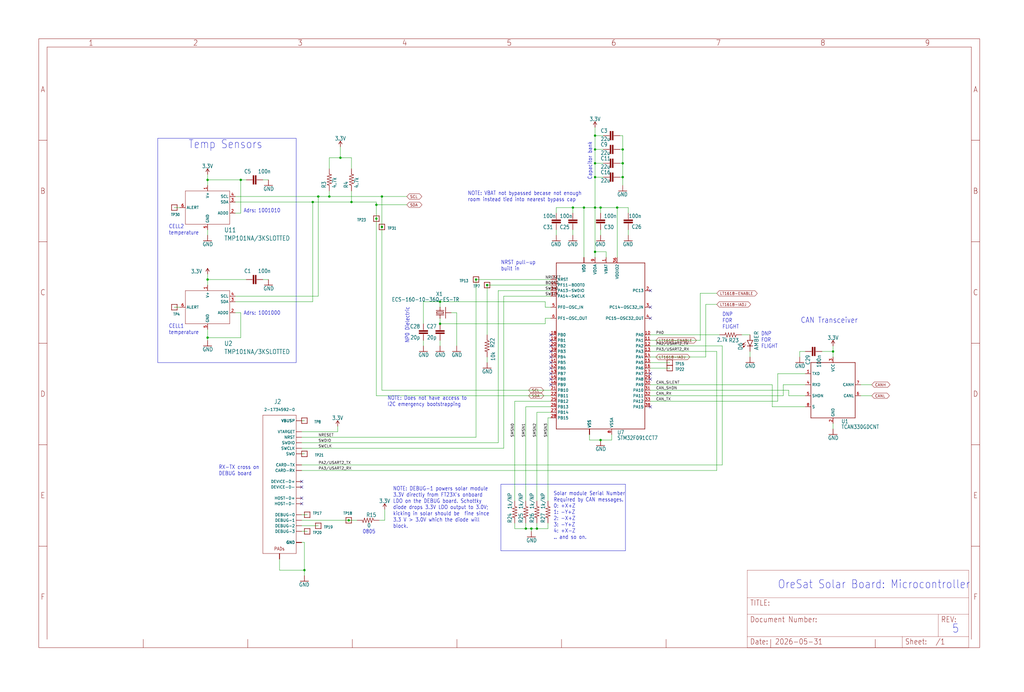
<source format=kicad_sch>
(kicad_sch (version 20230121) (generator eeschema)
  (paper "User" 469.9 317.551)
  (junction (at 285.75 74.93))
  (junction (at 172.72 100.33))
  (junction (at 175.26 90.17))
  (junction (at 175.26 104.14))
  (junction (at 285.75 81.28))
  (junction (at 382.27 161.29))
  (junction (at 273.05 115.57))
  (junction (at 273.05 81.28))
  (junction (at 241.3 242.57))
  (junction (at 223.52 130.81))
  (junction (at 146.05 90.17))
  (junction (at 243.84 242.57))
  (junction (at 273.05 68.58))
  (junction (at 273.05 95.25))
  (junction (at 218.44 128.27))
  (junction (at 139.7 261.62))
  (junction (at 156.21 72.39))
  (junction (at 151.13 90.17))
  (junction (at 172.72 93.98))
  (junction (at 273.05 74.93))
  (junction (at 95.25 82.55))
  (junction (at 283.21 95.25))
  (junction (at 160.02 238.76))
  (junction (at 95.25 154.94))
  (junction (at 275.59 201.93))
  (junction (at 95.25 128.27))
  (junction (at 201.93 138.43))
  (junction (at 201.93 148.59))
  (junction (at 143.51 92.71))
  (junction (at 110.49 82.55))
  (junction (at 275.59 95.25))
  (junction (at 161.29 92.71))
  (junction (at 262.89 95.25))
  (junction (at 267.97 95.25))
  (junction (at 246.38 242.57))
  (junction (at 273.05 62.23))
  (junction (at 285.75 68.58))
  (no_connect (at 138.43 231.14))
  (no_connect (at 298.45 171.45))
  (no_connect (at 252.73 173.99))
  (no_connect (at 252.73 158.75))
  (no_connect (at 298.45 173.99))
  (no_connect (at 138.43 220.98))
  (no_connect (at 252.73 163.83))
  (no_connect (at 252.73 161.29))
  (no_connect (at 298.45 140.97))
  (no_connect (at 138.43 223.52))
  (no_connect (at 252.73 168.91))
  (no_connect (at 252.73 171.45))
  (no_connect (at 298.45 146.05))
  (no_connect (at 252.73 166.37))
  (no_connect (at 298.45 186.69))
  (no_connect (at 252.73 153.67))
  (no_connect (at 138.43 228.6))
  (no_connect (at 252.73 156.21))
  (no_connect (at 298.45 133.35))
  (no_connect (at 252.73 176.53))
  (wire (pts (xy 172.72 100.33) (xy 172.72 93.98)) (stroke (width 0.1524)))
  (wire (pts (xy 236.22 242.57) (xy 236.22 240.03)) (stroke (width 0.1524)))
  (wire (pts (xy 284.48 81.28) (xy 285.75 81.28)) (stroke (width 0.1524)))
  (wire (pts (xy 382.27 161.29) (xy 377.19 161.29)) (stroke (width 0.1524)))
  (wire (pts (xy 194.31 148.59) (xy 194.31 138.43)) (stroke (width 0.1524)))
  (wire (pts (xy 218.44 200.66) (xy 138.43 200.66)) (stroke (width 0.1524)))
  (wire (pts (xy 298.45 176.53) (xy 354.33 176.53)) (stroke (width 0.1524)))
  (wire (pts (xy 273.05 58.42) (xy 273.05 62.23)) (stroke (width 0.1524)))
  (wire (pts (xy 298.45 163.83) (xy 323.85 163.83)) (stroke (width 0.1524)))
  (wire (pts (xy 278.13 118.11) (xy 278.13 115.57)) (stroke (width 0.1524)))
  (wire (pts (xy 369.57 171.45) (xy 356.87 171.45)) (stroke (width 0.1524)))
  (wire (pts (xy 394.97 181.61) (xy 400.05 181.61)) (stroke (width 0.1524)))
  (wire (pts (xy 252.73 189.23) (xy 246.38 189.23)) (stroke (width 0.1524)))
  (wire (pts (xy 275.59 95.25) (xy 273.05 95.25)) (stroke (width 0.1524)))
  (wire (pts (xy 275.59 201.93) (xy 280.67 201.93)) (stroke (width 0.1524)))
  (wire (pts (xy 173.99 238.76) (xy 176.53 238.76)) (stroke (width 0.1524)))
  (wire (pts (xy 161.29 92.71) (xy 172.72 92.71)) (stroke (width 0.1524)))
  (wire (pts (xy 359.41 176.53) (xy 359.41 181.61)) (stroke (width 0.1524)))
  (wire (pts (xy 369.57 176.53) (xy 359.41 176.53)) (stroke (width 0.1524)))
  (wire (pts (xy 252.73 181.61) (xy 172.72 181.61)) (stroke (width 0.1524)))
  (wire (pts (xy 252.73 140.97) (xy 250.19 140.97)) (stroke (width 0.1524)))
  (wire (pts (xy 120.65 82.55) (xy 123.19 82.55)) (stroke (width 0.1524)))
  (wire (pts (xy 283.21 95.25) (xy 283.21 118.11)) (stroke (width 0.1524)))
  (wire (pts (xy 251.46 240.03) (xy 251.46 242.57)) (stroke (width 0.1524)))
  (wire (pts (xy 120.65 128.27) (xy 123.19 128.27)) (stroke (width 0.1524)))
  (wire (pts (xy 255.27 105.41) (xy 255.27 107.95)) (stroke (width 0.1524)))
  (wire (pts (xy 340.36 153.67) (xy 344.17 153.67)) (stroke (width 0.1524)))
  (wire (pts (xy 138.43 198.12) (xy 154.94 198.12)) (stroke (width 0.1524)))
  (wire (pts (xy 139.7 261.62) (xy 139.7 264.16)) (stroke (width 0.1524)))
  (wire (pts (xy 382.27 163.83) (xy 382.27 161.29)) (stroke (width 0.1524)))
  (wire (pts (xy 151.13 87.63) (xy 151.13 90.17)) (stroke (width 0.1524)))
  (wire (pts (xy 321.31 134.62) (xy 328.93 134.62)) (stroke (width 0.1524)))
  (wire (pts (xy 172.72 93.98) (xy 172.72 92.71)) (stroke (width 0.1524)))
  (wire (pts (xy 128.27 261.62) (xy 139.7 261.62)) (stroke (width 0.1524)))
  (wire (pts (xy 285.75 85.09) (xy 285.75 81.28)) (stroke (width 0.1524)))
  (wire (pts (xy 146.05 90.17) (xy 107.95 90.17)) (stroke (width 0.1524)))
  (wire (pts (xy 252.73 146.05) (xy 250.19 146.05)) (stroke (width 0.1524)))
  (wire (pts (xy 138.43 236.22) (xy 140.97 236.22)) (stroke (width 0.1524)))
  (wire (pts (xy 255.27 95.25) (xy 262.89 95.25)) (stroke (width 0.1524)))
  (wire (pts (xy 276.86 68.58) (xy 273.05 68.58)) (stroke (width 0.1524)))
  (wire (pts (xy 323.85 139.7) (xy 328.93 139.7)) (stroke (width 0.1524)))
  (wire (pts (xy 280.67 201.93) (xy 280.67 199.39)) (stroke (width 0.1524)))
  (wire (pts (xy 146.05 135.89) (xy 107.95 135.89)) (stroke (width 0.1524)))
  (wire (pts (xy 140.97 243.84) (xy 138.43 243.84)) (stroke (width 0.1524)))
  (wire (pts (xy 128.27 256.54) (xy 128.27 261.62)) (stroke (width 0.1524)))
  (wire (pts (xy 80.01 140.97) (xy 82.55 140.97)) (stroke (width 0.1524)))
  (wire (pts (xy 246.38 240.03) (xy 246.38 242.57)) (stroke (width 0.1524)))
  (wire (pts (xy 209.55 143.51) (xy 207.01 143.51)) (stroke (width 0.1524)))
  (wire (pts (xy 275.59 105.41) (xy 275.59 107.95)) (stroke (width 0.1524)))
  (wire (pts (xy 138.43 248.92) (xy 139.7 248.92)) (stroke (width 0.1524)))
  (wire (pts (xy 250.19 148.59) (xy 201.93 148.59)) (stroke (width 0.1524)))
  (wire (pts (xy 367.03 161.29) (xy 367.03 163.83)) (stroke (width 0.1524)))
  (wire (pts (xy 241.3 242.57) (xy 243.84 242.57)) (stroke (width 0.1524)))
  (wire (pts (xy 95.25 82.55) (xy 110.49 82.55)) (stroke (width 0.1524)))
  (wire (pts (xy 194.31 138.43) (xy 201.93 138.43)) (stroke (width 0.1524)))
  (wire (pts (xy 228.6 133.35) (xy 252.73 133.35)) (stroke (width 0.1524)))
  (wire (pts (xy 369.57 161.29) (xy 367.03 161.29)) (stroke (width 0.1524)))
  (wire (pts (xy 218.44 128.27) (xy 218.44 200.66)) (stroke (width 0.1524)))
  (wire (pts (xy 241.3 240.03) (xy 241.3 242.57)) (stroke (width 0.1524)))
  (wire (pts (xy 283.21 95.25) (xy 288.29 95.25)) (stroke (width 0.1524)))
  (wire (pts (xy 201.93 158.75) (xy 201.93 156.21)) (stroke (width 0.1524)))
  (wire (pts (xy 285.75 62.23) (xy 284.48 62.23)) (stroke (width 0.1524)))
  (wire (pts (xy 255.27 97.79) (xy 255.27 95.25)) (stroke (width 0.1524)))
  (wire (pts (xy 146.05 90.17) (xy 151.13 90.17)) (stroke (width 0.1524)))
  (wire (pts (xy 110.49 143.51) (xy 110.49 154.94)) (stroke (width 0.1524)))
  (wire (pts (xy 344.17 161.29) (xy 344.17 163.83)) (stroke (width 0.1524)))
  (wire (pts (xy 231.14 205.74) (xy 138.43 205.74)) (stroke (width 0.1524)))
  (wire (pts (xy 175.26 90.17) (xy 186.69 90.17)) (stroke (width 0.1524)))
  (wire (pts (xy 156.21 72.39) (xy 151.13 72.39)) (stroke (width 0.1524)))
  (wire (pts (xy 80.01 95.25) (xy 82.55 95.25)) (stroke (width 0.1524)))
  (wire (pts (xy 382.27 196.85) (xy 382.27 194.31)) (stroke (width 0.1524)))
  (wire (pts (xy 241.3 186.69) (xy 241.3 229.87)) (stroke (width 0.1524)))
  (wire (pts (xy 382.27 161.29) (xy 382.27 158.75)) (stroke (width 0.1524)))
  (wire (pts (xy 359.41 181.61) (xy 298.45 181.61)) (stroke (width 0.1524)))
  (wire (pts (xy 285.75 68.58) (xy 285.75 62.23)) (stroke (width 0.1524)))
  (wire (pts (xy 151.13 90.17) (xy 175.26 90.17)) (stroke (width 0.1524)))
  (wire (pts (xy 369.57 181.61) (xy 361.95 181.61)) (stroke (width 0.1524)))
  (wire (pts (xy 331.47 213.36) (xy 138.43 213.36)) (stroke (width 0.1524)))
  (wire (pts (xy 298.45 166.37) (xy 307.34 166.37)) (stroke (width 0.1524)))
  (wire (pts (xy 236.22 184.15) (xy 252.73 184.15)) (stroke (width 0.1524)))
  (wire (pts (xy 110.49 97.79) (xy 110.49 82.55)) (stroke (width 0.1524)))
  (wire (pts (xy 231.14 205.74) (xy 231.14 135.89)) (stroke (width 0.1524)))
  (wire (pts (xy 231.14 135.89) (xy 252.73 135.89)) (stroke (width 0.1524)))
  (wire (pts (xy 275.59 201.93) (xy 270.51 201.93)) (stroke (width 0.1524)))
  (wire (pts (xy 95.25 156.21) (xy 95.25 154.94)) (stroke (width 0.1524)))
  (wire (pts (xy 361.95 181.61) (xy 361.95 179.07)) (stroke (width 0.1524)))
  (wire (pts (xy 354.33 176.53) (xy 354.33 186.69)) (stroke (width 0.1524)))
  (wire (pts (xy 298.45 168.91) (xy 307.34 168.91)) (stroke (width 0.1524)))
  (wire (pts (xy 95.25 128.27) (xy 95.25 130.81)) (stroke (width 0.1524)))
  (wire (pts (xy 110.49 154.94) (xy 95.25 154.94)) (stroke (width 0.1524)))
  (wire (pts (xy 267.97 118.11) (xy 267.97 95.25)) (stroke (width 0.1524)))
  (wire (pts (xy 356.87 171.45) (xy 356.87 184.15)) (stroke (width 0.1524)))
  (wire (pts (xy 243.84 242.57) (xy 243.84 243.84)) (stroke (width 0.1524)))
  (wire (pts (xy 143.51 138.43) (xy 107.95 138.43)) (stroke (width 0.1524)))
  (wire (pts (xy 288.29 107.95) (xy 288.29 105.41)) (stroke (width 0.1524)))
  (wire (pts (xy 139.7 248.92) (xy 139.7 261.62)) (stroke (width 0.1524)))
  (wire (pts (xy 298.45 161.29) (xy 328.93 161.29)) (stroke (width 0.1524)))
  (wire (pts (xy 276.86 81.28) (xy 273.05 81.28)) (stroke (width 0.1524)))
  (wire (pts (xy 172.72 181.61) (xy 172.72 100.33)) (stroke (width 0.1524)))
  (wire (pts (xy 223.52 130.81) (xy 223.52 153.67)) (stroke (width 0.1524)))
  (wire (pts (xy 298.45 153.67) (xy 330.2 153.67)) (stroke (width 0.1524)))
  (polyline (pts (xy 229.87 252.73) (xy 287.02 252.73)) (stroke (width 0.1524) (type solid)))
  (wire (pts (xy 270.51 201.93) (xy 270.51 199.39)) (stroke (width 0.1524)))
  (wire (pts (xy 186.69 93.98) (xy 172.72 93.98)) (stroke (width 0.1524)))
  (wire (pts (xy 298.45 158.75) (xy 331.47 158.75)) (stroke (width 0.1524)))
  (wire (pts (xy 175.26 179.07) (xy 175.26 104.14)) (stroke (width 0.1524)))
  (wire (pts (xy 251.46 229.87) (xy 251.46 191.77)) (stroke (width 0.1524)))
  (wire (pts (xy 323.85 139.7) (xy 323.85 163.83)) (stroke (width 0.1524)))
  (wire (pts (xy 252.73 130.81) (xy 223.52 130.81)) (stroke (width 0.1524)))
  (wire (pts (xy 209.55 158.75) (xy 209.55 143.51)) (stroke (width 0.1524)))
  (wire (pts (xy 161.29 72.39) (xy 161.29 77.47)) (stroke (width 0.1524)))
  (wire (pts (xy 201.93 148.59) (xy 201.93 146.05)) (stroke (width 0.1524)))
  (wire (pts (xy 107.95 143.51) (xy 110.49 143.51)) (stroke (width 0.1524)))
  (wire (pts (xy 354.33 186.69) (xy 369.57 186.69)) (stroke (width 0.1524)))
  (wire (pts (xy 328.93 161.29) (xy 328.93 215.9)) (stroke (width 0.1524)))
  (wire (pts (xy 321.31 156.21) (xy 298.45 156.21)) (stroke (width 0.1524)))
  (wire (pts (xy 252.73 179.07) (xy 175.26 179.07)) (stroke (width 0.1524)))
  (wire (pts (xy 262.89 97.79) (xy 262.89 95.25)) (stroke (width 0.1524)))
  (wire (pts (xy 107.95 97.79) (xy 110.49 97.79)) (stroke (width 0.1524)))
  (wire (pts (xy 273.05 74.93) (xy 273.05 68.58)) (stroke (width 0.1524)))
  (wire (pts (xy 288.29 95.25) (xy 288.29 97.79)) (stroke (width 0.1524)))
  (wire (pts (xy 273.05 81.28) (xy 273.05 74.93)) (stroke (width 0.1524)))
  (wire (pts (xy 283.21 95.25) (xy 275.59 95.25)) (stroke (width 0.1524)))
  (wire (pts (xy 223.52 163.83) (xy 223.52 166.37)) (stroke (width 0.1524)))
  (wire (pts (xy 252.73 186.69) (xy 241.3 186.69)) (stroke (width 0.1524)))
  (wire (pts (xy 95.25 154.94) (xy 95.25 151.13)) (stroke (width 0.1524)))
  (wire (pts (xy 267.97 95.25) (xy 273.05 95.25)) (stroke (width 0.1524)))
  (wire (pts (xy 139.7 208.28) (xy 138.43 208.28)) (stroke (width 0.1524)))
  (wire (pts (xy 273.05 115.57) (xy 273.05 95.25)) (stroke (width 0.1524)))
  (wire (pts (xy 328.93 215.9) (xy 138.43 215.9)) (stroke (width 0.1524)))
  (wire (pts (xy 394.97 176.53) (xy 400.05 176.53)) (stroke (width 0.1524)))
  (wire (pts (xy 241.3 242.57) (xy 236.22 242.57)) (stroke (width 0.1524)))
  (wire (pts (xy 250.19 146.05) (xy 250.19 148.59)) (stroke (width 0.1524)))
  (wire (pts (xy 161.29 87.63) (xy 161.29 92.71)) (stroke (width 0.1524)))
  (wire (pts (xy 95.25 128.27) (xy 113.03 128.27)) (stroke (width 0.1524)))
  (wire (pts (xy 273.05 81.28) (xy 273.05 95.25)) (stroke (width 0.1524)))
  (wire (pts (xy 250.19 138.43) (xy 201.93 138.43)) (stroke (width 0.1524)))
  (wire (pts (xy 95.25 80.01) (xy 95.25 82.55)) (stroke (width 0.1524)))
  (polyline (pts (xy 135.89 63.5) (xy 72.39 63.5)) (stroke (width 0.1524) (type solid)))
  (wire (pts (xy 273.05 68.58) (xy 273.05 62.23)) (stroke (width 0.1524)))
  (wire (pts (xy 298.45 184.15) (xy 356.87 184.15)) (stroke (width 0.1524)))
  (wire (pts (xy 262.89 95.25) (xy 267.97 95.25)) (stroke (width 0.1524)))
  (wire (pts (xy 161.29 72.39) (xy 156.21 72.39)) (stroke (width 0.1524)))
  (wire (pts (xy 275.59 97.79) (xy 275.59 95.25)) (stroke (width 0.1524)))
  (wire (pts (xy 160.02 238.76) (xy 163.83 238.76)) (stroke (width 0.1524)))
  (wire (pts (xy 276.86 74.93) (xy 273.05 74.93)) (stroke (width 0.1524)))
  (wire (pts (xy 194.31 158.75) (xy 194.31 156.21)) (stroke (width 0.1524)))
  (wire (pts (xy 138.43 241.3) (xy 146.05 241.3)) (stroke (width 0.1524)))
  (polyline (pts (xy 287.02 222.25) (xy 229.87 222.25)) (stroke (width 0.1524) (type solid)))
  (wire (pts (xy 228.6 203.2) (xy 228.6 133.35)) (stroke (width 0.1524)))
  (wire (pts (xy 321.31 156.21) (xy 321.31 134.62)) (stroke (width 0.1524)))
  (wire (pts (xy 273.05 118.11) (xy 273.05 115.57)) (stroke (width 0.1524)))
  (wire (pts (xy 246.38 189.23) (xy 246.38 229.87)) (stroke (width 0.1524)))
  (wire (pts (xy 331.47 158.75) (xy 331.47 213.36)) (stroke (width 0.1524)))
  (polyline (pts (xy 135.89 63.5) (xy 135.89 166.37)) (stroke (width 0.1524) (type solid)))
  (wire (pts (xy 95.25 107.95) (xy 95.25 105.41)) (stroke (width 0.1524)))
  (wire (pts (xy 176.53 238.76) (xy 176.53 233.68)) (stroke (width 0.1524)))
  (wire (pts (xy 361.95 179.07) (xy 298.45 179.07)) (stroke (width 0.1524)))
  (polyline (pts (xy 229.87 222.25) (xy 229.87 252.73)) (stroke (width 0.1524) (type solid)))
  (wire (pts (xy 160.02 238.76) (xy 138.43 238.76)) (stroke (width 0.1524)))
  (wire (pts (xy 154.94 198.12) (xy 154.94 195.58)) (stroke (width 0.1524)))
  (wire (pts (xy 250.19 140.97) (xy 250.19 138.43)) (stroke (width 0.1524)))
  (wire (pts (xy 95.25 82.55) (xy 95.25 85.09)) (stroke (width 0.1524)))
  (wire (pts (xy 251.46 242.57) (xy 246.38 242.57)) (stroke (width 0.1524)))
  (wire (pts (xy 95.25 125.73) (xy 95.25 128.27)) (stroke (width 0.1524)))
  (wire (pts (xy 175.26 104.14) (xy 175.26 90.17)) (stroke (width 0.1524)))
  (polyline (pts (xy 135.89 166.37) (xy 72.39 166.37)) (stroke (width 0.1524) (type solid)))
  (wire (pts (xy 143.51 138.43) (xy 143.51 92.71)) (stroke (width 0.1524)))
  (wire (pts (xy 146.05 135.89) (xy 146.05 90.17)) (stroke (width 0.1524)))
  (wire (pts (xy 278.13 115.57) (xy 273.05 115.57)) (stroke (width 0.1524)))
  (wire (pts (xy 218.44 128.27) (xy 252.73 128.27)) (stroke (width 0.1524)))
  (wire (pts (xy 236.22 229.87) (xy 236.22 184.15)) (stroke (width 0.1524)))
  (wire (pts (xy 143.51 92.71) (xy 107.95 92.71)) (stroke (width 0.1524)))
  (wire (pts (xy 113.03 82.55) (xy 110.49 82.55)) (stroke (width 0.1524)))
  (wire (pts (xy 243.84 242.57) (xy 246.38 242.57)) (stroke (width 0.1524)))
  (wire (pts (xy 276.86 62.23) (xy 273.05 62.23)) (stroke (width 0.1524)))
  (wire (pts (xy 151.13 77.47) (xy 151.13 72.39)) (stroke (width 0.1524)))
  (wire (pts (xy 143.51 92.71) (xy 161.29 92.71)) (stroke (width 0.1524)))
  (wire (pts (xy 285.75 81.28) (xy 285.75 74.93)) (stroke (width 0.1524)))
  (wire (pts (xy 285.75 74.93) (xy 285.75 68.58)) (stroke (width 0.1524)))
  (wire (pts (xy 201.93 138.43) (xy 201.93 140.97)) (stroke (width 0.1524)))
  (wire (pts (xy 284.48 68.58) (xy 285.75 68.58)) (stroke (width 0.1524)))
  (polyline (pts (xy 72.39 63.5) (xy 72.39 166.37)) (stroke (width 0.1524) (type solid)))
  (wire (pts (xy 251.46 191.77) (xy 252.73 191.77)) (stroke (width 0.1524)))
  (wire (pts (xy 138.43 193.04) (xy 139.7 193.04)) (stroke (width 0.1524)))
  (polyline (pts (xy 287.02 252.73) (xy 287.02 222.25)) (stroke (width 0.1524) (type solid)))
  (wire (pts (xy 284.48 74.93) (xy 285.75 74.93)) (stroke (width 0.1524)))
  (wire (pts (xy 156.21 67.31) (xy 156.21 72.39)) (stroke (width 0.1524)))
  (wire (pts (xy 262.89 107.95) (xy 262.89 105.41)) (stroke (width 0.1524)))
  (wire (pts (xy 138.43 203.2) (xy 228.6 203.2)) (stroke (width 0.1524)))
  (text "Capacitor bank" (at 271.78 82.55 90) (effects (font (size 1.778 1.5113)) (justify left bottom)))
  (text "Temp Sensors" (at 86.36 68.58 0) (effects (font (size 3.81 3.2385)) (justify left bottom)))
  (text "5" (at 436.88 290.83 0) (effects (font (size 3.81 3.2385)) (justify left bottom)))
  (text "NOTE: VBAT not bypassed becase not enough\nroom instead tied into nearest bypass cap" (at 214.63 92.71 0) (effects (font (size 1.778 1.5113)) (justify left bottom)))
  (text "DNP\nFOR\nFLIGHT" (at 349.25 160.02 0) (effects (font (size 1.778 1.5113)) (justify left bottom)))
  (text "NRST pull-up\nbuilt in" (at 229.87 124.46 0) (effects (font (size 1.778 1.5113)) (justify left bottom)))
  (text "DNP\nFOR\nFLIGHT" (at 331.47 151.13 0) (effects (font (size 1.778 1.5113)) (justify left bottom)))
  (text "OreSat Solar Board: Microcontroller" (at 356.87 270.51 0) (effects (font (size 3.81 3.2385)) (justify left bottom)))
  (text "CAN Transceiver" (at 393.7 148.59 0) (effects (font (size 2.54 2.159)) (justify right bottom)))
  (text "NP0 Dielectric" (at 187.96 157.48 90) (effects (font (size 1.778 1.5113)) (justify left bottom)))
  (text "NOTE: DEBUG-1 powers solar module\n3.3V directly from FT23X's onboard\nLDO on the DEBUG board. Schottky\ndiode drops 3.3V LDO output to 3.0V;\nkicking in solar should be  fine since\n3.3 V > 3.0V which the diode will\nblock." (at 180.34 242.57 0) (effects (font (size 1.778 1.5113)) (justify left bottom)))
  (text "Adrs: 1001010" (at 111.76 97.79 0) (effects (font (size 1.778 1.5113)) (justify left bottom)))
  (text "Adrs: 1001000" (at 111.76 144.78 0) (effects (font (size 1.778 1.5113)) (justify left bottom)))
  (text "Solar module Serial Number\nRequired by CAN messages.\n0: +X+Z\n1: -Y+Z\n2: -X+Z\n3: -Y+Z\n4: +X-Z\n.. and so on." (at 254 247.65 0) (effects (font (size 1.778 1.5113)) (justify left bottom)))
  (text "CELL2\ntemperature" (at 77.47 107.95 0) (effects (font (size 1.778 1.5113)) (justify left bottom)))
  (text "RX-TX cross on\nDEBUG board" (at 100.33 218.44 0) (effects (font (size 1.778 1.5113)) (justify left bottom)))
  (text "NOTE: Does not have access to\nI2C emergency bootstrapping" (at 177.8 186.69 0) (effects (font (size 1.778 1.5113)) (justify left bottom)))
  (text "CELL1\ntemperature" (at 77.47 153.67 0) (effects (font (size 1.778 1.5113)) (justify left bottom)))
  (text "0805" (at 166.37 245.11 0) (effects (font (size 1.778 1.5113)) (justify left bottom)))
  (label "SMSN1" (at 241.3 200.66 90) (effects (font (size 1.2446 1.2446))))
  (label "CAN_TX" (at 300.99 184.15 0) (effects (font (size 1.2446 1.2446))))
  (label "SWCLK" (at 250.19 135.89 0) (effects (font (size 1.2446 1.2446))))
  (label "SWDIO" (at 146.05 203.2 0) (effects (font (size 1.2446 1.2446))))
  (label "NRESET" (at 146.05 200.66 0) (effects (font (size 1.2446 1.2446))))
  (label "SMSN0" (at 236.22 200.66 90) (effects (font (size 1.2446 1.2446))))
  (label "SMSN2" (at 246.38 200.66 90) (effects (font (size 1.2446 1.2446))))
  (label "BOOT0" (at 250.19 130.81 0) (effects (font (size 1.2446 1.2446))))
  (label "PA2/USART2_TX" (at 300.99 158.75 0) (effects (font (size 1.2446 1.2446))))
  (label "CAN_SILENT" (at 300.99 176.53 0) (effects (font (size 1.2446 1.2446))))
  (label "NRESET" (at 250.19 128.27 0) (effects (font (size 1.2446 1.2446))))
  (label "PA3/USART2_RX" (at 146.05 215.9 0) (effects (font (size 1.2446 1.2446))))
  (label "CAN_RX" (at 300.99 181.61 0) (effects (font (size 1.2446 1.2446))))
  (label "PA0" (at 300.99 153.67 0) (effects (font (size 1.2446 1.2446))))
  (label "SWDIO" (at 250.19 133.35 0) (effects (font (size 1.2446 1.2446))))
  (label "CAN_SHDN" (at 300.99 179.07 0) (effects (font (size 1.2446 1.2446))))
  (label "SMSN3" (at 251.46 200.66 90) (effects (font (size 1.2446 1.2446))))
  (label "PA3/USART2_RX" (at 300.99 161.29 0) (effects (font (size 1.2446 1.2446))))
  (label "PA2/USART2_TX" (at 146.05 213.36 0) (effects (font (size 1.2446 1.2446))))
  (label "SWCLK" (at 146.05 205.74 0) (effects (font (size 1.2446 1.2446))))
  (global_label "SDA" (shape bidirectional) (at 186.69 93.98 0) (effects (font (size 1.2446 1.2446))) (property "Intersheetrefs" "${INTERSHEET_REFS}" (effects hide)))
  (global_label "LT1618-ENABLE" (shape bidirectional) (at 300.99 156.21 0) (effects (font (size 1.2446 1.2446))) (property "Intersheetrefs" "${INTERSHEET_REFS}" (effects hide)))
  (global_label "CANL" (shape bidirectional) (at 400.05 181.61 0) (effects (font (size 1.2446 1.2446))) (property "Intersheetrefs" "${INTERSHEET_REFS}" (effects hide)))
  (global_label "LT1618-IADJ" (shape bidirectional) (at 328.93 139.7 0) (effects (font (size 1.2446 1.2446))) (property "Intersheetrefs" "${INTERSHEET_REFS}" (effects hide)))
  (global_label "LT1618-ENABLE" (shape bidirectional) (at 328.93 134.62 0) (effects (font (size 1.2446 1.2446))) (property "Intersheetrefs" "${INTERSHEET_REFS}" (effects hide)))
  (global_label "SCL" (shape bidirectional) (at 242.57 179.07 0) (effects (font (size 1.2446 1.2446))) (property "Intersheetrefs" "${INTERSHEET_REFS}" (effects hide)))
  (global_label "SDA" (shape bidirectional) (at 242.57 181.61 0) (effects (font (size 1.2446 1.2446))) (property "Intersheetrefs" "${INTERSHEET_REFS}" (effects hide)))
  (global_label "SCL" (shape bidirectional) (at 186.69 90.17 0) (effects (font (size 1.2446 1.2446))) (property "Intersheetrefs" "${INTERSHEET_REFS}" (effects hide)))
  (global_label "CANH" (shape bidirectional) (at 400.05 176.53 0) (effects (font (size 1.2446 1.2446))) (property "Intersheetrefs" "${INTERSHEET_REFS}" (effects hide)))
  (global_label "LT1618-IADJ" (shape bidirectional) (at 300.99 163.83 0) (effects (font (size 1.2446 1.2446))) (property "Intersheetrefs" "${INTERSHEET_REFS}" (effects hide)))
  (symbol (lib_id "1u_panel-eagle-import:TEST-POINT-LARGE-SQUARE") (at 307.34 168.91 0) (mirror x) (unit 1)
    (property "Reference" "TP22" (at 309.88 170.18 0) (effects (font (size 1.27 1.0795)) (justify left top)))
    (property "Value" "TEST-POINT-LARGE-SQUARE" (effects hide))
    (property "Footprint" "1u_panel:1X01" (effects hide))
  )
  (symbol (lib_id "1u_panel-eagle-import:FRAME_B_L") (at 342.9 297.18 0) (unit 2)
    (property "Reference" "#FRAME2" (effects hide))
    (property "Value" "FRAME_B_L" (effects hide))
  )
  (symbol (lib_id "1u_panel-eagle-import:GND") (at 243.84 246.38 0) (mirror y) (unit 1)
    (property "Reference" "#GND021" (effects hide))
    (property "Value" "GND" (at 246.38 248.92 0) (effects (font (size 1.778 1.5113)) (justify left bottom)))
  )
  (symbol (lib_id "1u_panel-eagle-import:TEST-POINT-LARGE-SQUARE") (at 223.52 130.81 0) (mirror y) (unit 1)
    (property "Reference" "TP7" (at 217.17 132.08 0) (effects (font (size 1.27 1.0795)) (justify right bottom)))
    (property "Value" "TEST-POINT-LARGE-SQUARE" (effects hide))
    (property "Footprint" "1u_panel:1X01" (effects hide))
  )
  (symbol (lib_id "1u_panel-eagle-import:TEST-POINT-LARGE-SQUARE") (at 139.7 208.28 180) (unit 1)
    (property "Reference" "TP21" (at 148.59 209.55 0) (effects (font (size 1.27 1.0795)) (justify left top)))
    (property "Value" "TEST-POINT-LARGE-SQUARE" (effects hide))
    (property "Footprint" "1u_panel:1X01" (effects hide))
  )
  (symbol (lib_id "1u_panel-eagle-import:R-US_0603-C-NOSILK") (at 161.29 82.55 90) (unit 1)
    (property "Reference" "R4" (at 159.7914 86.36 0) (effects (font (size 1.778 1.5113)) (justify left bottom)))
    (property "Value" "4.7k" (at 164.592 86.36 0) (effects (font (size 1.778 1.5113)) (justify left bottom)))
    (property "Footprint" "1u_panel:.0603-C-NOSILK" (effects hide))
    (property "DIS" "Digi-Key" (effects hide))
    (property "DPN" "13-RE0603FRE074K7LCT-ND" (effects hide))
    (property "MFR" "Yageo" (effects hide))
    (property "MPN" "RE0603FRE074K7L" (effects hide))
  )
  (symbol (lib_id "1u_panel-eagle-import:GND") (at 223.52 168.91 0) (mirror y) (unit 1)
    (property "Reference" "#GND06" (effects hide))
    (property "Value" "GND" (at 226.06 171.45 0) (effects (font (size 1.778 1.5113)) (justify left bottom)))
  )
  (symbol (lib_id "1u_panel-eagle-import:R-US_0805-C-NOSILK") (at 168.91 238.76 0) (mirror y) (unit 1)
    (property "Reference" "R15" (at 172.72 237.2614 0) (effects (font (size 1.778 1.5113)) (justify left bottom)))
    (property "Value" "0" (at 170.18 242.062 0) (effects (font (size 1.778 1.5113)) (justify left bottom)))
    (property "Footprint" "1u_panel:.0805-C-NOSILK" (effects hide))
    (property "DIS" "Digi-Key" (effects hide))
    (property "DPN" "RMCF0805ZT0R00CT-ND" (effects hide))
    (property "MFR" "Stackpole" (effects hide))
    (property "MPN" "RMCF0805ZT0R00" (effects hide))
  )
  (symbol (lib_id "1u_panel-eagle-import:GND") (at 288.29 110.49 0) (unit 1)
    (property "Reference" "#GND059" (effects hide))
    (property "Value" "GND" (at 285.75 113.03 0) (effects (font (size 1.778 1.5113)) (justify left bottom)))
  )
  (symbol (lib_id "1u_panel-eagle-import:3.3V") (at 95.25 80.01 0) (mirror y) (unit 1)
    (property "Reference" "#SUPPLY010" (effects hide))
    (property "Value" "3.3V" (at 95.25 77.216 0) (effects (font (size 1.778 1.5113)) (justify bottom)))
  )
  (symbol (lib_id "1u_panel-eagle-import:TEST-POINT-LARGE-SQUARE") (at 307.34 166.37 0) (mirror x) (unit 1)
    (property "Reference" "TP15" (at 309.88 167.64 0) (effects (font (size 1.27 1.0795)) (justify left top)))
    (property "Value" "TEST-POINT-LARGE-SQUARE" (effects hide))
    (property "Footprint" "1u_panel:1X01" (effects hide))
  )
  (symbol (lib_id "1u_panel-eagle-import:3.3V") (at 382.27 158.75 0) (mirror y) (unit 1)
    (property "Reference" "#SUPPLY08" (effects hide))
    (property "Value" "3.3V" (at 382.27 155.956 0) (effects (font (size 1.778 1.5113)) (justify bottom)))
  )
  (symbol (lib_id "1u_panel-eagle-import:GND") (at 367.03 166.37 0) (mirror y) (unit 1)
    (property "Reference" "#GND055" (effects hide))
    (property "Value" "GND" (at 369.57 168.91 0) (effects (font (size 1.778 1.5113)) (justify left bottom)))
  )
  (symbol (lib_id "1u_panel-eagle-import:CRYSTAL-WITH-GND") (at 201.93 143.51 90) (mirror x) (unit 1)
    (property "Reference" "X1" (at 203.2 135.89 90) (effects (font (size 1.778 1.5113)) (justify left bottom)))
    (property "Value" "ECS-160-10-36Q-ES-TR" (at 210.82 138.43 90) (effects (font (size 1.778 1.5113)) (justify left bottom)))
    (property "Footprint" "1u_panel:CRYSTAL_2.5X2" (effects hide))
    (property "Datasheet" "https://ecsxtal.com/store/pdf/ECX-2236Q.pdf" (effects hide))
    (property "DIS" "Digi-Key" (effects hide))
    (property "DPN" "XC2181CT-ND" (effects hide))
    (property "MFR" "ECS Inc." (effects hide))
    (property "MPN" "ECS-160-10-36Q-ES-TR" (effects hide))
  )
  (symbol (lib_id "1u_panel-eagle-import:TEST-POINT-LARGE-SQUARE") (at 175.26 104.14 0) (mirror y) (unit 1)
    (property "Reference" "TP31" (at 177.8 105.41 0) (effects (font (size 1.27 1.0795)) (justify right bottom)))
    (property "Value" "TEST-POINT-LARGE-SQUARE" (effects hide))
    (property "Footprint" "1u_panel:1X01" (effects hide))
  )
  (symbol (lib_id "1u_panel-eagle-import:STM32F091C") (at 275.59 158.75 0) (mirror y) (unit 1)
    (property "Reference" "U7" (at 283.21 199.39 0) (effects (font (size 1.778 1.5113)) (justify right bottom)))
    (property "Value" "STM32F091CCT7" (at 283.21 201.93 0) (effects (font (size 1.778 1.5113)) (justify right bottom)))
    (property "Footprint" "1u_panel:STM32F091C" (effects hide))
    (property "Datasheet" "https://www.st.com/content/ccc/resource/technical/document/datasheet/95/3c/2e/5b/21/09/45/a6/DM00115237.pdf/files/DM00115237.pdf/jcr:content/translations/en.DM00115237.pdf" (effects hide))
    (property "DIS" "Digi-Key" (effects hide))
    (property "DPN" "497-18749-1-ND" (effects hide))
    (property "MFR" "STMicroelectronics" (effects hide))
    (property "MPN" "STM32F091CCT6TR" (effects hide))
  )
  (symbol (lib_id "1u_panel-eagle-import:GND") (at 209.55 161.29 0) (mirror y) (unit 1)
    (property "Reference" "#GND052" (effects hide))
    (property "Value" "GND" (at 212.09 163.83 0) (effects (font (size 1.778 1.5113)) (justify left bottom)))
  )
  (symbol (lib_id "1u_panel-eagle-import:3.3V") (at 154.94 195.58 0) (unit 1)
    (property "Reference" "#SUPPLY011" (effects hide))
    (property "Value" "3.3V" (at 154.94 192.786 0) (effects (font (size 1.778 1.5113)) (justify bottom)))
  )
  (symbol (lib_id "1u_panel-eagle-import:ORESAT-DEBUG-CONNECTOR-ALL") (at 127 220.98 0) (unit 1)
    (property "Reference" "J2" (at 125.73 185.42 0) (effects (font (size 2.0828 1.7703)) (justify left bottom)))
    (property "Value" "2-1734592-0" (at 128.27 187.96 0))
    (property "Footprint" "1u_panel:TE_2-1734592-0" (effects hide))
    (property "Datasheet" "https://www.te.com/commerce/DocumentDelivery/DDEController?Action=srchrtrv&DocNm=1734592&DocType=Customer+Drawing&DocLang=English&DocFormat=pdf&PartCntxt=2-1734592-0" (effects hide))
    (property "DIS" "Digi-Key" (effects hide))
    (property "DPN" "732-11341-1-ND" (effects hide))
    (property "MFR" "Wurth" (effects hide))
    (property "MPN" "687120183622  " (effects hide))
  )
  (symbol (lib_id "1u_panel-eagle-import:oresat-rcl_C-EU0603-C-NOSILK") (at 115.57 82.55 90) (mirror x) (unit 1)
    (property "Reference" "C5" (at 112.014 79.629 90) (effects (font (size 1.778 1.5113)) (justify right bottom)))
    (property "Value" "100n" (at 118.364 79.629 90) (effects (font (size 1.778 1.5113)) (justify right bottom)))
    (property "Footprint" "1u_panel:.0603-C-NOSILK" (effects hide))
    (property "DIS" "Digi-Key" (effects hide))
    (property "DPN" "1276-6985-1-ND" (effects hide))
    (property "MFR" "Kemet" (effects hide))
    (property "MPN" "CL10B104KB85PND" (effects hide))
  )
  (symbol (lib_id "1u_panel-eagle-import:oresat-rcl_C-EU0603-C-NOSILK") (at 255.27 102.87 0) (mirror x) (unit 1)
    (property "Reference" "C31" (at 249.174 103.251 0) (effects (font (size 1.778 1.5113)) (justify left bottom)))
    (property "Value" "100n" (at 249.174 98.171 0) (effects (font (size 1.778 1.5113)) (justify left bottom)))
    (property "Footprint" "1u_panel:.0603-C-NOSILK" (effects hide))
    (property "DIS" "Digi-Key" (effects hide))
    (property "DPN" "1276-6985-1-ND" (effects hide))
    (property "MFR" "Kemet" (effects hide))
    (property "MPN" "CL10B104KB85PND" (effects hide))
  )
  (symbol (lib_id "1u_panel-eagle-import:oresat-rcl_C-EU0603-C-NOSILK") (at 194.31 151.13 0) (mirror y) (unit 1)
    (property "Reference" "C28" (at 192.786 150.749 0) (effects (font (size 1.778 1.5113)) (justify left bottom)))
    (property "Value" "20p" (at 192.786 155.829 0) (effects (font (size 1.778 1.5113)) (justify left bottom)))
    (property "Footprint" "1u_panel:.0603-C-NOSILK" (effects hide))
    (property "DIS" "Digi-Key" (effects hide))
    (property "DPN" "490-11157-2-ND" (effects hide))
    (property "MFR" "Murata" (effects hide))
    (property "MPN" "GCM1885C2A200JA16D" (effects hide))
  )
  (symbol (lib_id "1u_panel-eagle-import:oresat-rcl_C-EU0805-B-NOSILK") (at 279.4 74.93 90) (unit 1)
    (property "Reference" "C11" (at 275.59 73.66 90) (effects (font (size 1.778 1.5113)) (justify right top)))
    (property "Value" "22u" (at 275.59 77.47 90) (effects (font (size 1.778 1.5113)) (justify right top)))
    (property "Footprint" "1u_panel:.0805-B-NOSILK" (effects hide))
    (property "DIS" "Digi-Key" (effects hide))
    (property "DPN" "1276-6817-1-ND" (effects hide))
    (property "MFR" "Samsung" (effects hide))
    (property "MPN" "CL32B226KOJVPNE" (effects hide))
  )
  (symbol (lib_id "1u_panel-eagle-import:GND") (at 123.19 85.09 0) (mirror y) (unit 1)
    (property "Reference" "#GND042" (effects hide))
    (property "Value" "GND" (at 125.73 87.63 0) (effects (font (size 1.778 1.5113)) (justify left bottom)))
  )
  (symbol (lib_id "1u_panel-eagle-import:GND") (at 123.19 130.81 0) (mirror y) (unit 1)
    (property "Reference" "#GND04" (effects hide))
    (property "Value" "GND" (at 125.73 133.35 0) (effects (font (size 1.778 1.5113)) (justify left bottom)))
  )
  (symbol (lib_id "1u_panel-eagle-import:TEST-POINT-LARGE-SQUARE") (at 80.01 140.97 180) (unit 1)
    (property "Reference" "TP4" (at 82.55 143.51 0) (effects (font (size 1.27 1.0795)) (justify left bottom)))
    (property "Value" "TEST-POINT-LARGE-SQUARE" (effects hide))
    (property "Footprint" "1u_panel:1X01" (effects hide))
  )
  (symbol (lib_id "1u_panel-eagle-import:FRAME_B_L") (at 17.78 297.18 0) (unit 1)
    (property "Reference" "#FRAME2" (effects hide))
    (property "Value" "FRAME_B_L" (effects hide))
  )
  (symbol (lib_id "1u_panel-eagle-import:LED-GREEN0603") (at 344.17 156.21 0) (unit 1)
    (property "Reference" "D6" (at 340.741 160.782 90) (effects (font (size 1.778 1.778)) (justify left bottom)))
    (property "Value" "AMBER" (at 346.075 160.782 90) (effects (font (size 1.778 1.778)) (justify left top)))
    (property "Footprint" "1u_panel:LED-0603" (effects hide))
    (property "DIS" "Digi-Key" (effects hide))
    (property "DPN" "1830-1064-1-ND" (effects hide))
    (property "MFR" "Inolux" (effects hide))
    (property "MPN" "IN-S63AT5A" (effects hide))
  )
  (symbol (lib_id "1u_panel-eagle-import:GND") (at 275.59 204.47 0) (mirror y) (unit 1)
    (property "Reference" "#GND051" (effects hide))
    (property "Value" "GND" (at 278.13 207.01 0) (effects (font (size 1.778 1.5113)) (justify left bottom)))
  )
  (symbol (lib_id "1u_panel-eagle-import:TEST-POINT-LARGE-SQUARE") (at 139.7 193.04 270) (unit 1)
    (property "Reference" "TP8" (at 147.32 194.31 90) (effects (font (size 1.27 1.0795)) (justify right bottom)))
    (property "Value" "TEST-POINT-LARGE-SQUARE" (effects hide))
    (property "Footprint" "1u_panel:1X01" (effects hide))
  )
  (symbol (lib_id "1u_panel-eagle-import:GND") (at 262.89 110.49 0) (unit 1)
    (property "Reference" "#GND058" (effects hide))
    (property "Value" "GND" (at 260.35 113.03 0) (effects (font (size 1.778 1.5113)) (justify left bottom)))
  )
  (symbol (lib_id "1u_panel-eagle-import:oresat-rcl_C-EU0603-C-NOSILK") (at 115.57 128.27 90) (mirror x) (unit 1)
    (property "Reference" "C1" (at 112.014 125.349 90) (effects (font (size 1.778 1.5113)) (justify right bottom)))
    (property "Value" "100n" (at 118.364 125.349 90) (effects (font (size 1.778 1.5113)) (justify right bottom)))
    (property "Footprint" "1u_panel:.0603-C-NOSILK" (effects hide))
    (property "DIS" "Digi-Key" (effects hide))
    (property "DPN" "1276-6985-1-ND" (effects hide))
    (property "MFR" "Kemet" (effects hide))
    (property "MPN" "CL10B104KB85PND" (effects hide))
  )
  (symbol (lib_id "1u_panel-eagle-import:oresat-rcl_C-EU0805-B-NOSILK") (at 279.4 81.28 90) (unit 1)
    (property "Reference" "C16" (at 275.59 80.01 90) (effects (font (size 1.778 1.5113)) (justify right top)))
    (property "Value" "22u" (at 275.59 83.82 90) (effects (font (size 1.778 1.5113)) (justify right top)))
    (property "Footprint" "1u_panel:.0805-B-NOSILK" (effects hide))
    (property "DIS" "Digi-Key" (effects hide))
    (property "DPN" "1276-6817-1-ND" (effects hide))
    (property "MFR" "Samsung" (effects hide))
    (property "MPN" "CL32B226KOJVPNE" (effects hide))
  )
  (symbol (lib_id "1u_panel-eagle-import:oresat-rcl_C-EU0805-B-NOSILK") (at 279.4 62.23 90) (unit 1)
    (property "Reference" "C3" (at 275.59 60.96 90) (effects (font (size 1.778 1.5113)) (justify right top)))
    (property "Value" "22u" (at 275.59 64.77 90) (effects (font (size 1.778 1.5113)) (justify right top)))
    (property "Footprint" "1u_panel:.0805-B-NOSILK" (effects hide))
    (property "DIS" "Digi-Key" (effects hide))
    (property "DPN" "1276-6817-1-ND" (effects hide))
    (property "MFR" "Samsung" (effects hide))
    (property "MPN" "CL32B226KOJVPNE" (effects hide))
  )
  (symbol (lib_id "1u_panel-eagle-import:R-US_0603-C-NOSILK") (at 241.3 234.95 270) (unit 1)
    (property "Reference" "R25" (at 240.03 240.03 0) (effects (font (size 1.778 1.5113)) (justify right top)))
    (property "Value" "1k/NP" (at 240.03 233.68 0) (effects (font (size 1.778 1.5113)) (justify right top)))
    (property "Footprint" "1u_panel:.0603-C-NOSILK" (effects hide))
    (property "DIS" "Digi-Key" (effects hide))
    (property "DPN" "118-CR0603AFX-1001ELFCT-ND" (effects hide))
    (property "MFR" "Bourns" (effects hide))
    (property "MPN" "CR0603AFX-1001ELF" (effects hide))
  )
  (symbol (lib_id "1u_panel-eagle-import:GND") (at 382.27 199.39 0) (mirror y) (unit 1)
    (property "Reference" "#GND056" (effects hide))
    (property "Value" "GND" (at 384.81 201.93 0) (effects (font (size 1.778 1.5113)) (justify left bottom)))
  )
  (symbol (lib_id "1u_panel-eagle-import:R-US_0603-C-NOSILK") (at 151.13 82.55 90) (unit 1)
    (property "Reference" "R3" (at 149.6314 86.36 0) (effects (font (size 1.778 1.5113)) (justify left bottom)))
    (property "Value" "4.7k" (at 154.432 86.36 0) (effects (font (size 1.778 1.5113)) (justify left bottom)))
    (property "Footprint" "1u_panel:.0603-C-NOSILK" (effects hide))
    (property "DIS" "Digi-Key" (effects hide))
    (property "DPN" "13-RE0603FRE074K7LCT-ND" (effects hide))
    (property "MFR" "Yageo" (effects hide))
    (property "MPN" "RE0603FRE074K7L" (effects hide))
  )
  (symbol (lib_id "1u_panel-eagle-import:GND") (at 95.25 110.49 0) (mirror y) (unit 1)
    (property "Reference" "#GND037" (effects hide))
    (property "Value" "GND" (at 97.79 113.03 0) (effects (font (size 1.778 1.5113)) (justify left bottom)))
  )
  (symbol (lib_id "1u_panel-eagle-import:GND") (at 201.93 161.29 0) (mirror y) (unit 1)
    (property "Reference" "#GND053" (effects hide))
    (property "Value" "GND" (at 204.47 163.83 0) (effects (font (size 1.778 1.5113)) (justify left bottom)))
  )
  (symbol (lib_id "1u_panel-eagle-import:oresat-rcl_C-EU0603-C-NOSILK") (at 275.59 102.87 0) (mirror x) (unit 1)
    (property "Reference" "C30" (at 277.114 103.251 0) (effects (font (size 1.778 1.5113)) (justify left bottom)))
    (property "Value" "100n" (at 277.114 98.171 0) (effects (font (size 1.778 1.5113)) (justify left bottom)))
    (property "Footprint" "1u_panel:.0603-C-NOSILK" (effects hide))
    (property "DIS" "Digi-Key" (effects hide))
    (property "DPN" "1276-6985-1-ND" (effects hide))
    (property "MFR" "Kemet" (effects hide))
    (property "MPN" "CL10B104KB85PND" (effects hide))
  )
  (symbol (lib_id "1u_panel-eagle-import:TEST-POINT-LARGE-SQUARE") (at 146.05 241.3 180) (unit 1)
    (property "Reference" "TP19" (at 148.59 242.57 0) (effects (font (size 1.27 1.0795)) (justify right top)))
    (property "Value" "TEST-POINT-LARGE-SQUARE" (effects hide))
    (property "Footprint" "1u_panel:1X01" (effects hide))
  )
  (symbol (lib_id "1u_panel-eagle-import:oresat-rcl_C-EU0603-C-NOSILK") (at 201.93 151.13 0) (mirror y) (unit 1)
    (property "Reference" "C27" (at 200.406 150.749 0) (effects (font (size 1.778 1.5113)) (justify left bottom)))
    (property "Value" "20p" (at 200.406 155.829 0) (effects (font (size 1.778 1.5113)) (justify left bottom)))
    (property "Footprint" "1u_panel:.0603-C-NOSILK" (effects hide))
    (property "DIS" "Digi-Key" (effects hide))
    (property "DPN" "490-11157-2-ND" (effects hide))
    (property "MFR" "Murata" (effects hide))
    (property "MPN" "GCM1885C2A200JA16D" (effects hide))
  )
  (symbol (lib_id "1u_panel-eagle-import:R-US_0603-C-NOSILK") (at 223.52 158.75 270) (unit 1)
    (property "Reference" "R22" (at 225.0186 154.94 0) (effects (font (size 1.778 1.5113)) (justify left bottom)))
    (property "Value" "10k" (at 225.298 161.29 0) (effects (font (size 1.778 1.5113)) (justify left bottom)))
    (property "Footprint" "1u_panel:.0603-C-NOSILK" (effects hide))
    (property "DIS" "Digi-Key" (effects hide))
    (property "DPN" "A129693CT-ND" (effects hide))
    (property "MFR" "TE" (effects hide))
    (property "MPN" "CRGCQ0603F2K7" (effects hide))
  )
  (symbol (lib_id "1u_panel-eagle-import:oresat-rcl_C-EU0805-B-NOSILK") (at 279.4 68.58 90) (unit 1)
    (property "Reference" "C9" (at 275.59 67.31 90) (effects (font (size 1.778 1.5113)) (justify right top)))
    (property "Value" "22u" (at 275.59 71.12 90) (effects (font (size 1.778 1.5113)) (justify right top)))
    (property "Footprint" "1u_panel:.0805-B-NOSILK" (effects hide))
    (property "DIS" "Digi-Key" (effects hide))
    (property "DPN" "1276-6817-1-ND" (effects hide))
    (property "MFR" "Samsung" (effects hide))
    (property "MPN" "CL32B226KOJVPNE" (effects hide))
  )
  (symbol (lib_id "1u_panel-eagle-import:oresat-rcl_C-EU0603-C-NOSILK") (at 372.11 161.29 90) (mirror x) (unit 1)
    (property "Reference" "C29" (at 371.729 162.814 0) (effects (font (size 1.778 1.5113)) (justify left bottom)))
    (property "Value" "100n" (at 376.809 162.814 0) (effects (font (size 1.778 1.5113)) (justify left bottom)))
    (property "Footprint" "1u_panel:.0603-C-NOSILK" (effects hide))
    (property "DIS" "Digi-Key" (effects hide))
    (property "DPN" "1276-6985-1-ND" (effects hide))
    (property "MFR" "Kemet" (effects hide))
    (property "MPN" "CL10B104KB85PND" (effects hide))
  )
  (symbol (lib_id "1u_panel-eagle-import:TEST-POINT-LARGE-SQUARE") (at 160.02 238.76 180) (unit 1)
    (property "Reference" "TP18" (at 157.48 236.22 0) (effects (font (size 1.27 1.0795)) (justify right top)))
    (property "Value" "TEST-POINT-LARGE-SQUARE" (effects hide))
    (property "Footprint" "1u_panel:1X01" (effects hide))
  )
  (symbol (lib_id "1u_panel-eagle-import:R-US_0603-C-NOSILK") (at 246.38 234.95 270) (unit 1)
    (property "Reference" "R26" (at 245.11 240.03 0) (effects (font (size 1.778 1.5113)) (justify right top)))
    (property "Value" "1k/NP" (at 245.11 233.68 0) (effects (font (size 1.778 1.5113)) (justify right top)))
    (property "Footprint" "1u_panel:.0603-C-NOSILK" (effects hide))
    (property "DIS" "Digi-Key" (effects hide))
    (property "DPN" "118-CR0603AFX-1001ELFCT-ND" (effects hide))
    (property "MFR" "Bourns" (effects hide))
    (property "MPN" "CR0603AFX-1001ELF" (effects hide))
  )
  (symbol (lib_id "1u_panel-eagle-import:GND") (at 255.27 110.49 0) (unit 1)
    (property "Reference" "#GND064" (effects hide))
    (property "Value" "GND" (at 252.73 113.03 0) (effects (font (size 1.778 1.5113)) (justify left bottom)))
  )
  (symbol (lib_id "1u_panel-eagle-import:GND") (at 194.31 161.29 0) (mirror y) (unit 1)
    (property "Reference" "#GND054" (effects hide))
    (property "Value" "GND" (at 196.85 163.83 0) (effects (font (size 1.778 1.5113)) (justify left bottom)))
  )
  (symbol (lib_id "1u_panel-eagle-import:TEST-POINT-LARGE-SQUARE") (at 172.72 100.33 0) (mirror y) (unit 1)
    (property "Reference" "TP23" (at 163.83 101.6 0) (effects (font (size 1.27 1.0795)) (justify right bottom)))
    (property "Value" "TEST-POINT-LARGE-SQUARE" (effects hide))
    (property "Footprint" "1u_panel:1X01" (effects hide))
  )
  (symbol (lib_id "1u_panel-eagle-import:TEST-POINT-LARGE-SQUARE") (at 80.01 95.25 180) (unit 1)
    (property "Reference" "TP30" (at 82.55 97.79 0) (effects (font (size 1.27 1.0795)) (justify left bottom)))
    (property "Value" "TEST-POINT-LARGE-SQUARE" (effects hide))
    (property "Footprint" "1u_panel:1X01" (effects hide))
  )
  (symbol (lib_id "1u_panel-eagle-import:R-US_0603-C-NOSILK") (at 251.46 234.95 270) (unit 1)
    (property "Reference" "R27" (at 250.19 240.03 0) (effects (font (size 1.778 1.5113)) (justify right top)))
    (property "Value" "1k/NP" (at 250.19 233.68 0) (effects (font (size 1.778 1.5113)) (justify right top)))
    (property "Footprint" "1u_panel:.0603-C-NOSILK" (effects hide))
    (property "DIS" "Digi-Key" (effects hide))
    (property "DPN" "118-CR0603AFX-1001ELFCT-ND" (effects hide))
    (property "MFR" "Bourns" (effects hide))
    (property "MPN" "CR0603AFX-1001ELF" (effects hide))
  )
  (symbol (lib_id "1u_panel-eagle-import:oresat-rcl_C-EU0603-C-NOSILK") (at 262.89 102.87 0) (mirror x) (unit 1)
    (property "Reference" "C25" (at 256.794 103.251 0) (effects (font (size 1.778 1.5113)) (justify left bottom)))
    (property "Value" "100n" (at 256.794 98.171 0) (effects (font (size 1.778 1.5113)) (justify left bottom)))
    (property "Footprint" "1u_panel:.0603-C-NOSILK" (effects hide))
    (property "DIS" "Digi-Key" (effects hide))
    (property "DPN" "1276-6985-1-ND" (effects hide))
    (property "MFR" "Kemet" (effects hide))
    (property "MPN" "CL10B104KB85PND" (effects hide))
  )
  (symbol (lib_id "1u_panel-eagle-import:GND") (at 344.17 166.37 0) (mirror y) (unit 1)
    (property "Reference" "#GND062" (effects hide))
    (property "Value" "GND" (at 346.71 168.91 0) (effects (font (size 1.778 1.5113)) (justify left bottom)))
  )
  (symbol (lib_id "1u_panel-eagle-import:oresat-rcl_C-EU0603-C-NOSILK") (at 288.29 102.87 180) (unit 1)
    (property "Reference" "C26" (at 289.814 105.029 0) (effects (font (size 1.778 1.5113)) (justify right top)))
    (property "Value" "100n" (at 294.386 98.171 0) (effects (font (size 1.778 1.5113)) (justify left bottom)))
    (property "Footprint" "1u_panel:.0603-C-NOSILK" (effects hide))
    (property "DIS" "Digi-Key" (effects hide))
    (property "DPN" "1276-6985-1-ND" (effects hide))
    (property "MFR" "Kemet" (effects hide))
    (property "MPN" "CL10B104KB85PND" (effects hide))
  )
  (symbol (lib_id "1u_panel-eagle-import:GND") (at 275.59 110.49 0) (unit 1)
    (property "Reference" "#GND057" (effects hide))
    (property "Value" "GND" (at 273.05 113.03 0) (effects (font (size 1.778 1.5113)) (justify left bottom)))
  )
  (symbol (lib_id "1u_panel-eagle-import:R-US_0603-C-NOSILK") (at 236.22 234.95 270) (unit 1)
    (property "Reference" "R24" (at 234.95 240.03 0) (effects (font (size 1.778 1.5113)) (justify right top)))
    (property "Value" "1k/NP" (at 234.95 233.68 0) (effects (font (size 1.778 1.5113)) (justify right top)))
    (property "Footprint" "1u_panel:.0603-C-NOSILK" (effects hide))
    (property "DIS" "Digi-Key" (effects hide))
    (property "DPN" "118-CR0603AFX-1001ELFCT-ND" (effects hide))
    (property "MFR" "Bourns" (effects hide))
    (property "MPN" "CR0603AFX-1001ELF" (effects hide))
  )
  (symbol (lib_id "1u_panel-eagle-import:TEST-POINT-LARGE-SQUARE") (at 140.97 236.22 180) (unit 1)
    (property "Reference" "TP17" (at 143.51 236.22 0) (effects (font (size 1.27 1.0795)) (justify right top)))
    (property "Value" "TEST-POINT-LARGE-SQUARE" (effects hide))
    (property "Footprint" "1u_panel:1X01" (effects hide))
  )
  (symbol (lib_id "1u_panel-eagle-import:3.3V") (at 95.25 125.73 0) (mirror y) (unit 1)
    (property "Reference" "#SUPPLY03" (effects hide))
    (property "Value" "3.3V" (at 90.17 125.476 0) (effects (font (size 1.778 1.5113)) (justify bottom)))
  )
  (symbol (lib_id "1u_panel-eagle-import:GND") (at 95.25 158.75 0) (mirror y) (unit 1)
    (property "Reference" "#GND01" (effects hide))
    (property "Value" "GND" (at 97.79 161.29 0) (effects (font (size 1.778 1.5113)) (justify left bottom)))
  )
  (symbol (lib_id "1u_panel-eagle-import:TMP101NA/3KSLOTTED") (at 95.25 140.97 0) (mirror y) (unit 1)
    (property "Reference" "U2" (at 102.87 158.75 0) (effects (font (size 2.0828 1.7703)) (justify right bottom)))
    (property "Value" "TMP101NA/3KSLOTTED" (at 102.87 162.56 0) (effects (font (size 2.0828 1.7703)) (justify right bottom)))
    (property "Footprint" "1u_panel:DBV6-SLOT" (effects hide))
    (property "DIS" "Digi-Key" (effects hide))
    (property "DPN" "296-27725-1-ND" (effects hide))
    (property "MFR" "Texas Instruments" (effects hide))
    (property "MPN" "TMP101NA/3K" (effects hide))
  )
  (symbol (lib_id "1u_panel-eagle-import:3.3V") (at 273.05 58.42 0) (mirror y) (unit 1)
    (property "Reference" "#SUPPLY05" (effects hide))
    (property "Value" "3.3V" (at 273.05 55.626 0) (effects (font (size 1.778 1.5113)) (justify bottom)))
  )
  (symbol (lib_id "1u_panel-eagle-import:TEST-POINT-LARGE-SQUARE") (at 218.44 128.27 0) (mirror y) (unit 1)
    (property "Reference" "TP13" (at 210.82 129.54 0) (effects (font (size 1.27 1.0795)) (justify right bottom)))
    (property "Value" "TEST-POINT-LARGE-SQUARE" (effects hide))
    (property "Footprint" "1u_panel:1X01" (effects hide))
  )
  (symbol (lib_id "1u_panel-eagle-import:TCAN330") (at 382.27 179.07 0) (unit 1)
    (property "Reference" "U1" (at 386.08 194.31 0) (effects (font (size 1.778 1.5113)) (justify left bottom)))
    (property "Value" "TCAN330GDCNT" (at 386.08 196.85 0) (effects (font (size 1.778 1.5113)) (justify left bottom)))
    (property "Footprint" "1u_panel:SOT23-8_TI-DCN" (effects hide))
    (property "Datasheet" "https://www.ti.com/lit/ds/symlink/tcan330.pdf" (effects hide))
    (property "DIS" "Digi-Key" (effects hide))
    (property "DPN" "296-44211-1-ND" (effects hide))
    (property "MFR" "Texas Instruments" (effects hide))
    (property "MPN" "TCAN330GDCNT" (effects hide))
  )
  (symbol (lib_id "1u_panel-eagle-import:R-US_0603-C-NOSILK") (at 335.28 153.67 180) (unit 1)
    (property "Reference" "R23" (at 339.09 155.1686 0) (effects (font (size 1.778 1.5113)) (justify left bottom)))
    (property "Value" "2.7k" (at 334.01 154.94 0) (effects (font (size 1.778 1.5113)) (justify left bottom)))
    (property "Footprint" "1u_panel:.0603-C-NOSILK" (effects hide))
    (property "DIS" "Digi-Key" (effects hide))
    (property "DPN" "A129693CT-ND" (effects hide))
    (property "MFR" "TE" (effects hide))
    (property "MPN" "CRGCQ0603F2K7" (effects hide))
  )
  (symbol (lib_id "1u_panel-eagle-import:TMP101NA/3KSLOTTED") (at 95.25 95.25 0) (mirror y) (unit 1)
    (property "Reference" "U11" (at 102.87 106.68 0) (effects (font (size 2.0828 1.7703)) (justify right bottom)))
    (property "Value" "TMP101NA/3KSLOTTED" (at 102.87 110.49 0) (effects (font (size 2.0828 1.7703)) (justify right bottom)))
    (property "Footprint" "1u_panel:DBV6-SLOT" (effects hide))
    (property "DIS" "Digi-Key" (effects hide))
    (property "DPN" "296-27725-1-ND" (effects hide))
    (property "MFR" "Texas Instruments" (effects hide))
    (property "MPN" "TMP101NA/3K" (effects hide))
  )
  (symbol (lib_id "1u_panel-eagle-import:TEST-POINT-LARGE-SQUARE") (at 140.97 243.84 180) (unit 1)
    (property "Reference" "TP20" (at 143.51 245.11 0) (effects (font (size 1.27 1.0795)) (justify right top)))
    (property "Value" "TEST-POINT-LARGE-SQUARE" (effects hide))
    (property "Footprint" "1u_panel:1X01" (effects hide))
  )
  (symbol (lib_id "1u_panel-eagle-import:3.3V") (at 176.53 233.68 0) (unit 1)
    (property "Reference" "#SUPPLY04" (effects hide))
    (property "Value" "3.3V" (at 176.53 230.886 0) (effects (font (size 1.778 1.5113)) (justify bottom)))
  )
  (symbol (lib_id "1u_panel-eagle-import:GND") (at 285.75 87.63 0) (unit 1)
    (property "Reference" "#GND019" (effects hide))
    (property "Value" "GND" (at 283.21 90.17 0) (effects (font (size 1.778 1.5113)) (justify left bottom)))
  )
  (symbol (lib_id "1u_panel-eagle-import:3.3V") (at 156.21 67.31 0) (unit 1)
    (property "Reference" "#SUPPLY02" (effects hide))
    (property "Value" "3.3V" (at 156.21 64.516 0) (effects (font (size 1.778 1.5113)) (justify bottom)))
  )
  (symbol (lib_id "1u_panel-eagle-import:GND") (at 139.7 266.7 0) (unit 1)
    (property "Reference" "#GND063" (effects hide))
    (property "Value" "GND" (at 137.16 269.24 0) (effects (font (size 1.778 1.5113)) (justify left bottom)))
  )
)
</source>
